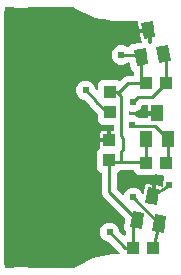
<source format=gbr>
G04 EAGLE Gerber X2 export*
%TF.Part,Single*%
%TF.FileFunction,Copper,L1,Top,Mixed*%
%TF.FilePolarity,Positive*%
%TF.GenerationSoftware,Autodesk,EAGLE,9.0.0*%
%TF.CreationDate,2018-07-15T17:58:39Z*%
G75*
%MOMM*%
%FSLAX34Y34*%
%LPD*%
%AMOC8*
5,1,8,0,0,1.08239X$1,22.5*%
G01*
%ADD10R,1.000000X1.100000*%
%ADD11R,1.000000X1.400000*%
%ADD12C,0.606400*%
%ADD13C,0.254000*%

G36*
X627504Y179241D02*
X627504Y179241D01*
X627519Y179239D01*
X627685Y179265D01*
X631029Y180161D01*
X638971Y180161D01*
X642315Y179265D01*
X642330Y179263D01*
X642345Y179257D01*
X642512Y179239D01*
X679451Y179239D01*
X679499Y179247D01*
X679548Y179245D01*
X679620Y179266D01*
X679693Y179279D01*
X679737Y179301D01*
X679783Y179315D01*
X679890Y179382D01*
X679911Y179394D01*
X679916Y179399D01*
X679925Y179405D01*
X681756Y180865D01*
X696259Y187849D01*
X711952Y191431D01*
X717750Y191431D01*
X717821Y191442D01*
X717893Y191444D01*
X717942Y191462D01*
X717993Y191470D01*
X718056Y191504D01*
X718124Y191529D01*
X718164Y191561D01*
X718210Y191586D01*
X718260Y191638D01*
X718316Y191682D01*
X718344Y191726D01*
X718380Y191764D01*
X718410Y191829D01*
X718449Y191889D01*
X718461Y191940D01*
X718483Y191987D01*
X718491Y192058D01*
X718509Y192128D01*
X718505Y192180D01*
X718510Y192231D01*
X718495Y192302D01*
X718490Y192373D01*
X718469Y192421D01*
X718458Y192472D01*
X718421Y192533D01*
X718393Y192599D01*
X718348Y192655D01*
X718332Y192683D01*
X718314Y192698D01*
X718288Y192730D01*
X717809Y193210D01*
X709354Y201664D01*
X709280Y201717D01*
X709211Y201777D01*
X709181Y201789D01*
X709155Y201808D01*
X709068Y201835D01*
X708983Y201869D01*
X708942Y201873D01*
X708920Y201880D01*
X708887Y201879D01*
X708816Y201887D01*
X708386Y201887D01*
X705404Y203122D01*
X703122Y205404D01*
X701887Y208386D01*
X701887Y211614D01*
X703122Y214596D01*
X705404Y216878D01*
X708386Y218113D01*
X711614Y218113D01*
X714596Y216878D01*
X716878Y214596D01*
X718113Y211614D01*
X718113Y211184D01*
X718114Y211175D01*
X718114Y211172D01*
X718118Y211154D01*
X718127Y211094D01*
X718135Y211003D01*
X718147Y210973D01*
X718152Y210941D01*
X718195Y210861D01*
X718231Y210777D01*
X718257Y210744D01*
X718268Y210724D01*
X718291Y210702D01*
X718336Y210646D01*
X721760Y207222D01*
X721776Y207210D01*
X721788Y207194D01*
X721876Y207138D01*
X721959Y207078D01*
X721978Y207072D01*
X721995Y207061D01*
X722096Y207036D01*
X722195Y207006D01*
X722214Y207006D01*
X722234Y207001D01*
X722337Y207009D01*
X722440Y207012D01*
X722459Y207019D01*
X722479Y207020D01*
X722574Y207061D01*
X722671Y207096D01*
X722687Y207109D01*
X722705Y207117D01*
X722836Y207222D01*
X722897Y207282D01*
X722908Y207284D01*
X722927Y207282D01*
X723029Y207304D01*
X723131Y207320D01*
X723148Y207330D01*
X723168Y207334D01*
X723257Y207387D01*
X723348Y207436D01*
X723362Y207450D01*
X723379Y207460D01*
X723446Y207539D01*
X723518Y207614D01*
X723526Y207632D01*
X723539Y207647D01*
X723578Y207743D01*
X723621Y207837D01*
X723623Y207857D01*
X723631Y207875D01*
X723649Y208042D01*
X723649Y210310D01*
X723644Y210341D01*
X723647Y210373D01*
X723624Y210462D01*
X723610Y210553D01*
X723595Y210581D01*
X723587Y210612D01*
X723504Y210757D01*
X722015Y212806D01*
X723297Y220896D01*
X723296Y220924D01*
X723303Y220951D01*
X723296Y221046D01*
X723295Y221142D01*
X723286Y221168D01*
X723284Y221196D01*
X723247Y221284D01*
X723216Y221375D01*
X723199Y221397D01*
X723188Y221422D01*
X723083Y221553D01*
X704316Y240320D01*
X703349Y242654D01*
X703349Y259458D01*
X703346Y259478D01*
X703348Y259497D01*
X703326Y259599D01*
X703310Y259701D01*
X703300Y259718D01*
X703296Y259738D01*
X703243Y259827D01*
X703194Y259918D01*
X703180Y259932D01*
X703170Y259949D01*
X703091Y260016D01*
X703016Y260088D01*
X702998Y260096D01*
X702983Y260109D01*
X702887Y260148D01*
X702793Y260191D01*
X702773Y260193D01*
X702755Y260201D01*
X702596Y260218D01*
X699619Y263195D01*
X699619Y278405D01*
X702064Y280849D01*
X702104Y280904D01*
X702151Y280953D01*
X702175Y281004D01*
X702208Y281049D01*
X702228Y281114D01*
X702257Y281175D01*
X702264Y281231D01*
X702280Y281284D01*
X702278Y281352D01*
X702287Y281419D01*
X702275Y281497D01*
X702274Y281530D01*
X702267Y281550D01*
X702261Y281585D01*
X702159Y281966D01*
X702159Y286277D01*
X708938Y286277D01*
X708958Y286280D01*
X708977Y286278D01*
X709079Y286300D01*
X709181Y286317D01*
X709198Y286326D01*
X709218Y286330D01*
X709307Y286383D01*
X709398Y286432D01*
X709412Y286446D01*
X709429Y286456D01*
X709496Y286535D01*
X709567Y286610D01*
X709576Y286628D01*
X709589Y286643D01*
X709628Y286739D01*
X709671Y286833D01*
X709673Y286853D01*
X709681Y286871D01*
X709699Y287038D01*
X709699Y287801D01*
X710462Y287801D01*
X710482Y287804D01*
X710501Y287802D01*
X710603Y287824D01*
X710705Y287841D01*
X710722Y287850D01*
X710742Y287854D01*
X710831Y287907D01*
X710922Y287956D01*
X710936Y287970D01*
X710953Y287980D01*
X711020Y288059D01*
X711091Y288134D01*
X711100Y288152D01*
X711113Y288167D01*
X711152Y288263D01*
X711195Y288357D01*
X711197Y288377D01*
X711205Y288395D01*
X711223Y288562D01*
X711223Y295841D01*
X712888Y295841D01*
X712908Y295844D01*
X712927Y295842D01*
X713029Y295864D01*
X713131Y295880D01*
X713148Y295890D01*
X713168Y295894D01*
X713257Y295947D01*
X713348Y295996D01*
X713362Y296010D01*
X713379Y296020D01*
X713446Y296099D01*
X713518Y296174D01*
X713526Y296192D01*
X713539Y296207D01*
X713578Y296303D01*
X713621Y296397D01*
X713623Y296417D01*
X713631Y296435D01*
X713649Y296602D01*
X713649Y300158D01*
X713646Y300178D01*
X713648Y300197D01*
X713626Y300299D01*
X713610Y300401D01*
X713600Y300418D01*
X713596Y300438D01*
X713543Y300527D01*
X713494Y300618D01*
X713480Y300632D01*
X713470Y300649D01*
X713391Y300716D01*
X713316Y300788D01*
X713298Y300796D01*
X713283Y300809D01*
X713187Y300848D01*
X713093Y300891D01*
X713073Y300893D01*
X713055Y300901D01*
X712888Y300919D01*
X702895Y300919D01*
X699919Y303895D01*
X699919Y309804D01*
X699905Y309894D01*
X699897Y309985D01*
X699885Y310015D01*
X699880Y310047D01*
X699837Y310127D01*
X699801Y310211D01*
X699775Y310243D01*
X699764Y310264D01*
X699741Y310286D01*
X699696Y310342D01*
X693266Y316772D01*
X692631Y318306D01*
X692596Y318362D01*
X692571Y318422D01*
X692519Y318487D01*
X692501Y318515D01*
X692486Y318527D01*
X692466Y318553D01*
X689354Y321664D01*
X689280Y321717D01*
X689211Y321777D01*
X689181Y321789D01*
X689155Y321808D01*
X689067Y321835D01*
X688983Y321869D01*
X688942Y321873D01*
X688920Y321880D01*
X688887Y321879D01*
X688816Y321887D01*
X688386Y321887D01*
X685404Y323122D01*
X683122Y325404D01*
X681887Y328386D01*
X681887Y331614D01*
X683122Y334596D01*
X685404Y336878D01*
X688386Y338113D01*
X691614Y338113D01*
X694596Y336878D01*
X696878Y334596D01*
X698113Y331614D01*
X698113Y331184D01*
X698127Y331094D01*
X698135Y331003D01*
X698147Y330973D01*
X698152Y330941D01*
X698195Y330861D01*
X698231Y330777D01*
X698257Y330744D01*
X698268Y330724D01*
X698291Y330702D01*
X698336Y330646D01*
X698620Y330362D01*
X698678Y330320D01*
X698730Y330270D01*
X698777Y330248D01*
X698819Y330218D01*
X698888Y330197D01*
X698953Y330167D01*
X699005Y330161D01*
X699055Y330146D01*
X699126Y330148D01*
X699197Y330140D01*
X699248Y330151D01*
X699300Y330152D01*
X699368Y330177D01*
X699438Y330192D01*
X699483Y330219D01*
X699531Y330236D01*
X699587Y330281D01*
X699649Y330318D01*
X699683Y330358D01*
X699723Y330390D01*
X699762Y330450D01*
X699809Y330505D01*
X699828Y330553D01*
X699856Y330597D01*
X699874Y330666D01*
X699901Y330733D01*
X699909Y330804D01*
X699917Y330836D01*
X699915Y330859D01*
X699919Y330900D01*
X699919Y336105D01*
X702895Y339081D01*
X717105Y339081D01*
X718064Y338122D01*
X718080Y338110D01*
X718092Y338094D01*
X718180Y338038D01*
X718263Y337978D01*
X718282Y337972D01*
X718299Y337961D01*
X718400Y337936D01*
X718499Y337906D01*
X718518Y337906D01*
X718538Y337901D01*
X718641Y337909D01*
X718744Y337912D01*
X718763Y337919D01*
X718783Y337920D01*
X718878Y337961D01*
X718975Y337996D01*
X718991Y338009D01*
X719009Y338017D01*
X719140Y338122D01*
X722303Y341284D01*
X724637Y342251D01*
X729726Y342251D01*
X729745Y342254D01*
X729765Y342252D01*
X729866Y342274D01*
X729968Y342290D01*
X729986Y342300D01*
X730006Y342304D01*
X730095Y342357D01*
X730186Y342406D01*
X730200Y342420D01*
X730217Y342430D01*
X730284Y342509D01*
X730355Y342584D01*
X730364Y342602D01*
X730377Y342617D01*
X730415Y342713D01*
X730459Y342807D01*
X730461Y342827D01*
X730469Y342845D01*
X730487Y343012D01*
X730487Y345507D01*
X730482Y345534D01*
X730485Y345562D01*
X730463Y345655D01*
X730447Y345750D01*
X730434Y345774D01*
X730428Y345801D01*
X730377Y345883D01*
X730332Y345967D01*
X730312Y345986D01*
X730297Y346010D01*
X730173Y346123D01*
X728305Y347480D01*
X727430Y353007D01*
X727404Y353086D01*
X727386Y353168D01*
X727365Y353202D01*
X727353Y353241D01*
X727303Y353307D01*
X727260Y353379D01*
X727229Y353405D01*
X727205Y353437D01*
X727136Y353485D01*
X727073Y353539D01*
X727036Y353554D01*
X727002Y353577D01*
X726922Y353600D01*
X726845Y353631D01*
X726792Y353637D01*
X726766Y353644D01*
X726736Y353643D01*
X726678Y353649D01*
X725438Y353649D01*
X725348Y353635D01*
X725257Y353627D01*
X725227Y353615D01*
X725195Y353610D01*
X725114Y353567D01*
X725030Y353531D01*
X724998Y353505D01*
X724978Y353494D01*
X724955Y353471D01*
X724899Y353426D01*
X724596Y353122D01*
X721614Y351887D01*
X718386Y351887D01*
X715404Y353122D01*
X713122Y355404D01*
X711887Y358386D01*
X711887Y361614D01*
X713122Y364596D01*
X715404Y366878D01*
X718386Y368113D01*
X721614Y368113D01*
X724596Y366878D01*
X724899Y366574D01*
X724973Y366521D01*
X725043Y366461D01*
X725073Y366449D01*
X725099Y366430D01*
X725186Y366403D01*
X725271Y366369D01*
X725312Y366365D01*
X725334Y366358D01*
X725366Y366359D01*
X725438Y366351D01*
X725713Y366351D01*
X725740Y366355D01*
X725768Y366353D01*
X725861Y366375D01*
X725955Y366390D01*
X725980Y366403D01*
X726007Y366410D01*
X726088Y366461D01*
X726173Y366506D01*
X726192Y366526D01*
X726216Y366541D01*
X726329Y366665D01*
X727931Y368870D01*
X736912Y370292D01*
X736980Y370315D01*
X737051Y370328D01*
X737096Y370353D01*
X737145Y370370D01*
X737203Y370413D01*
X737265Y370448D01*
X737300Y370486D01*
X737342Y370517D01*
X737383Y370576D01*
X737431Y370629D01*
X737452Y370677D01*
X737481Y370720D01*
X737501Y370789D01*
X737530Y370855D01*
X737535Y370906D01*
X737549Y370956D01*
X737546Y371028D01*
X737552Y371100D01*
X737540Y371150D01*
X737537Y371202D01*
X737511Y371269D01*
X737495Y371339D01*
X737467Y371383D01*
X737448Y371431D01*
X737402Y371486D01*
X737364Y371547D01*
X737311Y371595D01*
X737291Y371620D01*
X737271Y371632D01*
X737240Y371660D01*
X737172Y371710D01*
X736751Y372230D01*
X736479Y372841D01*
X735570Y378581D01*
X741513Y379522D01*
X742812Y371322D01*
X742807Y371310D01*
X742777Y371267D01*
X742758Y371198D01*
X742729Y371133D01*
X742724Y371081D01*
X742710Y371031D01*
X742713Y370959D01*
X742707Y370888D01*
X742719Y370837D01*
X742721Y370785D01*
X742747Y370718D01*
X742764Y370649D01*
X742792Y370604D01*
X742810Y370556D01*
X742857Y370501D01*
X742895Y370440D01*
X742947Y370392D01*
X742968Y370367D01*
X742988Y370355D01*
X743019Y370327D01*
X744090Y369549D01*
X744108Y369540D01*
X744122Y369526D01*
X744217Y369485D01*
X744310Y369438D01*
X744329Y369435D01*
X744348Y369427D01*
X744450Y369418D01*
X744553Y369404D01*
X744573Y369407D01*
X744592Y369405D01*
X744693Y369430D01*
X744795Y369448D01*
X744812Y369458D01*
X744832Y369463D01*
X744919Y369518D01*
X745010Y369568D01*
X745023Y369583D01*
X745040Y369593D01*
X745153Y369717D01*
X745931Y370788D01*
X745964Y370852D01*
X746004Y370912D01*
X746019Y370962D01*
X746042Y371008D01*
X746052Y371079D01*
X746072Y371148D01*
X746069Y371200D01*
X746077Y371252D01*
X746064Y371322D01*
X746060Y371394D01*
X746041Y371442D01*
X746032Y371494D01*
X745997Y371556D01*
X745971Y371623D01*
X745938Y371663D01*
X745912Y371709D01*
X745859Y371757D01*
X745820Y371804D01*
X744403Y380750D01*
X744397Y380769D01*
X744396Y380789D01*
X744358Y380885D01*
X744326Y380984D01*
X744314Y381000D01*
X744306Y381018D01*
X744240Y381098D01*
X744178Y381180D01*
X744162Y381192D01*
X744149Y381207D01*
X744061Y381261D01*
X743975Y381320D01*
X743956Y381325D01*
X743939Y381336D01*
X743838Y381359D01*
X743739Y381387D01*
X743719Y381386D01*
X743699Y381391D01*
X743532Y381383D01*
X742779Y381264D01*
X742659Y382017D01*
X742653Y382036D01*
X742652Y382056D01*
X742614Y382152D01*
X742582Y382251D01*
X742570Y382266D01*
X742563Y382285D01*
X742497Y382364D01*
X742434Y382447D01*
X742418Y382459D01*
X742405Y382474D01*
X742317Y382528D01*
X742232Y382587D01*
X742212Y382592D01*
X742196Y382602D01*
X742094Y382626D01*
X741995Y382654D01*
X741975Y382653D01*
X741956Y382658D01*
X741788Y382650D01*
X735093Y381589D01*
X734184Y387329D01*
X734226Y387728D01*
X734223Y387788D01*
X734229Y387847D01*
X734216Y387910D01*
X734212Y387974D01*
X734190Y388029D01*
X734177Y388088D01*
X734144Y388143D01*
X734120Y388202D01*
X734081Y388248D01*
X734051Y388299D01*
X734002Y388341D01*
X733960Y388389D01*
X733909Y388420D01*
X733864Y388459D01*
X733804Y388483D01*
X733749Y388516D01*
X733691Y388528D01*
X733636Y388551D01*
X733541Y388561D01*
X733509Y388568D01*
X733494Y388567D01*
X733469Y388569D01*
X711952Y388569D01*
X708639Y389325D01*
X705304Y390087D01*
X701969Y390848D01*
X698634Y391609D01*
X698633Y391609D01*
X696259Y392151D01*
X681756Y399135D01*
X679925Y400595D01*
X679883Y400619D01*
X679846Y400651D01*
X679776Y400679D01*
X679711Y400715D01*
X679663Y400725D01*
X679617Y400743D01*
X679492Y400757D01*
X679469Y400761D01*
X679462Y400760D01*
X679451Y400761D01*
X642512Y400761D01*
X642496Y400759D01*
X642481Y400761D01*
X642315Y400735D01*
X638971Y399839D01*
X631029Y399839D01*
X627685Y400735D01*
X627670Y400737D01*
X627655Y400743D01*
X627488Y400761D01*
X622192Y400761D01*
X622172Y400758D01*
X622153Y400760D01*
X622051Y400738D01*
X621949Y400722D01*
X621932Y400712D01*
X621912Y400708D01*
X621823Y400655D01*
X621732Y400606D01*
X621718Y400592D01*
X621701Y400582D01*
X621634Y400503D01*
X621562Y400428D01*
X621554Y400410D01*
X621541Y400395D01*
X621502Y400299D01*
X621459Y400205D01*
X621457Y400185D01*
X621449Y400167D01*
X621431Y400000D01*
X621431Y397726D01*
X620981Y396640D01*
X620966Y396576D01*
X620941Y396515D01*
X620932Y396432D01*
X620925Y396400D01*
X620926Y396381D01*
X620923Y396348D01*
X620923Y183652D01*
X620933Y183587D01*
X620934Y183521D01*
X620957Y183441D01*
X620962Y183409D01*
X620972Y183392D01*
X620981Y183360D01*
X621431Y182274D01*
X621431Y180000D01*
X621434Y179980D01*
X621432Y179961D01*
X621454Y179859D01*
X621470Y179757D01*
X621480Y179740D01*
X621484Y179720D01*
X621537Y179631D01*
X621586Y179540D01*
X621600Y179526D01*
X621610Y179509D01*
X621689Y179442D01*
X621764Y179371D01*
X621782Y179362D01*
X621797Y179349D01*
X621893Y179310D01*
X621987Y179267D01*
X622007Y179265D01*
X622025Y179257D01*
X622192Y179239D01*
X627488Y179239D01*
X627504Y179241D01*
G37*
G36*
X747116Y240347D02*
X747116Y240347D01*
X747219Y240347D01*
X747238Y240354D01*
X747258Y240355D01*
X747354Y240394D01*
X747452Y240427D01*
X747468Y240439D01*
X747486Y240447D01*
X747565Y240514D01*
X747647Y240577D01*
X747658Y240593D01*
X747674Y240606D01*
X747727Y240695D01*
X747785Y240781D01*
X747790Y240800D01*
X747800Y240817D01*
X747844Y240979D01*
X749218Y249650D01*
X752982Y249053D01*
X753593Y248781D01*
X754149Y248331D01*
X754155Y248328D01*
X754159Y248323D01*
X754261Y248267D01*
X754363Y248209D01*
X754369Y248208D01*
X754375Y248205D01*
X754489Y248184D01*
X754604Y248162D01*
X754611Y248163D01*
X754617Y248161D01*
X754732Y248179D01*
X754848Y248194D01*
X754854Y248197D01*
X754860Y248198D01*
X754965Y248251D01*
X755069Y248302D01*
X755074Y248307D01*
X755079Y248310D01*
X755161Y248393D01*
X755244Y248475D01*
X755247Y248481D01*
X755251Y248485D01*
X755302Y248591D01*
X755354Y248695D01*
X755355Y248701D01*
X755358Y248707D01*
X755388Y248872D01*
X755948Y257308D01*
X755944Y257353D01*
X755949Y257397D01*
X755932Y257474D01*
X755925Y257552D01*
X755906Y257594D01*
X755897Y257638D01*
X755856Y257705D01*
X755824Y257777D01*
X755794Y257810D01*
X755771Y257849D01*
X755711Y257900D01*
X755658Y257958D01*
X755618Y257979D01*
X755584Y258009D01*
X755511Y258038D01*
X755442Y258076D01*
X755398Y258084D01*
X755355Y258101D01*
X755216Y258116D01*
X755200Y258119D01*
X755195Y258119D01*
X755189Y258119D01*
X750795Y258119D01*
X749938Y258976D01*
X749922Y258988D01*
X749910Y259004D01*
X749829Y259055D01*
X749824Y259060D01*
X749821Y259061D01*
X749739Y259120D01*
X749720Y259126D01*
X749703Y259137D01*
X749602Y259162D01*
X749503Y259192D01*
X749484Y259192D01*
X749464Y259197D01*
X749361Y259189D01*
X749258Y259186D01*
X749239Y259179D01*
X749219Y259178D01*
X749124Y259137D01*
X749027Y259102D01*
X749011Y259089D01*
X748993Y259081D01*
X748862Y258976D01*
X748005Y258119D01*
X733795Y258119D01*
X730819Y261095D01*
X730819Y261988D01*
X730816Y262008D01*
X730818Y262027D01*
X730796Y262129D01*
X730780Y262231D01*
X730770Y262248D01*
X730766Y262268D01*
X730713Y262357D01*
X730664Y262448D01*
X730650Y262462D01*
X730640Y262479D01*
X730561Y262546D01*
X730486Y262618D01*
X730468Y262626D01*
X730453Y262639D01*
X730357Y262678D01*
X730263Y262721D01*
X730243Y262723D01*
X730225Y262731D01*
X730058Y262749D01*
X719650Y262749D01*
X719560Y262735D01*
X719469Y262727D01*
X719439Y262715D01*
X719407Y262710D01*
X719326Y262667D01*
X719242Y262631D01*
X719210Y262605D01*
X719190Y262594D01*
X719168Y262571D01*
X719112Y262526D01*
X716803Y260218D01*
X716792Y260216D01*
X716773Y260218D01*
X716671Y260196D01*
X716569Y260180D01*
X716552Y260170D01*
X716532Y260166D01*
X716443Y260113D01*
X716352Y260064D01*
X716338Y260050D01*
X716321Y260040D01*
X716254Y259961D01*
X716182Y259886D01*
X716174Y259868D01*
X716161Y259853D01*
X716122Y259757D01*
X716079Y259663D01*
X716077Y259643D01*
X716069Y259625D01*
X716051Y259458D01*
X716051Y246864D01*
X716065Y246773D01*
X716073Y246683D01*
X716085Y246653D01*
X716090Y246621D01*
X716133Y246540D01*
X716169Y246456D01*
X716195Y246424D01*
X716206Y246403D01*
X716229Y246381D01*
X716274Y246325D01*
X720990Y241609D01*
X721027Y241582D01*
X721058Y241549D01*
X721126Y241511D01*
X721190Y241466D01*
X721233Y241452D01*
X721274Y241430D01*
X721350Y241416D01*
X721425Y241393D01*
X721471Y241394D01*
X721516Y241386D01*
X721593Y241398D01*
X721671Y241400D01*
X721714Y241415D01*
X721759Y241422D01*
X721828Y241457D01*
X721902Y241484D01*
X721937Y241513D01*
X721978Y241534D01*
X722033Y241589D01*
X722094Y241638D01*
X722118Y241676D01*
X722151Y241709D01*
X722217Y241829D01*
X722227Y241845D01*
X722228Y241850D01*
X722231Y241856D01*
X723122Y244007D01*
X725404Y246289D01*
X728386Y247524D01*
X731614Y247524D01*
X734596Y246289D01*
X736878Y244007D01*
X737486Y242537D01*
X737506Y242505D01*
X737519Y242469D01*
X737571Y242401D01*
X737616Y242328D01*
X737645Y242304D01*
X737668Y242274D01*
X737740Y242226D01*
X737806Y242171D01*
X737841Y242158D01*
X737873Y242137D01*
X737955Y242114D01*
X738035Y242083D01*
X738073Y242082D01*
X738110Y242072D01*
X738195Y242076D01*
X738281Y242073D01*
X738317Y242083D01*
X738355Y242086D01*
X738435Y242117D01*
X738517Y242141D01*
X738548Y242163D01*
X738584Y242177D01*
X738649Y242233D01*
X738719Y242282D01*
X738742Y242312D01*
X738771Y242337D01*
X738815Y242410D01*
X738866Y242479D01*
X738878Y242515D01*
X738897Y242548D01*
X738942Y242710D01*
X739920Y248888D01*
X740192Y249500D01*
X740613Y250019D01*
X741155Y250413D01*
X741779Y250652D01*
X742445Y250722D01*
X746209Y250126D01*
X744836Y241456D01*
X744836Y241436D01*
X744830Y241416D01*
X744836Y241313D01*
X744837Y241210D01*
X744843Y241191D01*
X744844Y241171D01*
X744883Y241075D01*
X744916Y240977D01*
X744929Y240961D01*
X744936Y240943D01*
X745003Y240864D01*
X745066Y240782D01*
X745083Y240771D01*
X745096Y240755D01*
X745184Y240702D01*
X745270Y240644D01*
X745289Y240639D01*
X745307Y240629D01*
X745468Y240585D01*
X746973Y240346D01*
X746993Y240346D01*
X747013Y240341D01*
X747116Y240347D01*
G37*
G36*
X741718Y306354D02*
X741718Y306354D01*
X741737Y306352D01*
X741839Y306374D01*
X741941Y306390D01*
X741958Y306400D01*
X741978Y306404D01*
X742067Y306457D01*
X742158Y306506D01*
X742172Y306520D01*
X742189Y306530D01*
X742256Y306609D01*
X742328Y306684D01*
X742336Y306702D01*
X742349Y306717D01*
X742388Y306813D01*
X742431Y306907D01*
X742433Y306927D01*
X742441Y306945D01*
X742459Y307112D01*
X742459Y309477D01*
X749238Y309477D01*
X749258Y309480D01*
X749277Y309478D01*
X749379Y309500D01*
X749481Y309517D01*
X749498Y309526D01*
X749518Y309530D01*
X749607Y309583D01*
X749698Y309632D01*
X749712Y309646D01*
X749729Y309656D01*
X749796Y309735D01*
X749867Y309810D01*
X749876Y309828D01*
X749889Y309843D01*
X749928Y309939D01*
X749971Y310033D01*
X749973Y310053D01*
X749981Y310071D01*
X749999Y310238D01*
X749999Y311762D01*
X749996Y311782D01*
X749998Y311801D01*
X749976Y311903D01*
X749959Y312005D01*
X749950Y312022D01*
X749946Y312042D01*
X749893Y312131D01*
X749844Y312222D01*
X749830Y312236D01*
X749820Y312253D01*
X749741Y312320D01*
X749666Y312391D01*
X749648Y312400D01*
X749633Y312413D01*
X749537Y312452D01*
X749443Y312495D01*
X749423Y312497D01*
X749405Y312505D01*
X749238Y312523D01*
X742459Y312523D01*
X742459Y316938D01*
X742456Y316958D01*
X742458Y316977D01*
X742436Y317079D01*
X742420Y317181D01*
X742410Y317198D01*
X742406Y317218D01*
X742353Y317307D01*
X742304Y317398D01*
X742290Y317412D01*
X742280Y317429D01*
X742201Y317496D01*
X742126Y317568D01*
X742108Y317576D01*
X742093Y317589D01*
X741997Y317628D01*
X741903Y317671D01*
X741883Y317673D01*
X741865Y317681D01*
X741698Y317699D01*
X738337Y317699D01*
X738222Y317680D01*
X738106Y317663D01*
X738100Y317661D01*
X738094Y317660D01*
X737991Y317605D01*
X737887Y317552D01*
X737882Y317547D01*
X737877Y317544D01*
X737797Y317460D01*
X737714Y317376D01*
X737711Y317370D01*
X737707Y317366D01*
X737700Y317349D01*
X737634Y317229D01*
X736878Y315404D01*
X734596Y313122D01*
X731614Y311887D01*
X728386Y311887D01*
X727403Y312294D01*
X727359Y312305D01*
X727317Y312324D01*
X727240Y312333D01*
X727164Y312351D01*
X727118Y312346D01*
X727073Y312351D01*
X726996Y312335D01*
X726919Y312328D01*
X726877Y312309D01*
X726832Y312299D01*
X726765Y312259D01*
X726694Y312228D01*
X726660Y312196D01*
X726621Y312173D01*
X726570Y312114D01*
X726513Y312061D01*
X726491Y312021D01*
X726461Y311986D01*
X726432Y311914D01*
X726395Y311846D01*
X726386Y311800D01*
X726369Y311758D01*
X726354Y311622D01*
X726351Y311604D01*
X726352Y311599D01*
X726351Y311591D01*
X726351Y309803D01*
X726358Y309758D01*
X726356Y309712D01*
X726378Y309637D01*
X726390Y309561D01*
X726412Y309520D01*
X726425Y309476D01*
X726469Y309412D01*
X726506Y309343D01*
X726539Y309312D01*
X726565Y309274D01*
X726627Y309227D01*
X726684Y309174D01*
X726726Y309154D01*
X726762Y309127D01*
X726836Y309103D01*
X726907Y309070D01*
X726953Y309065D01*
X726996Y309051D01*
X727074Y309052D01*
X727151Y309043D01*
X727196Y309053D01*
X727242Y309053D01*
X727373Y309091D01*
X727392Y309095D01*
X727396Y309098D01*
X727399Y309099D01*
X730628Y309099D01*
X733609Y307864D01*
X734899Y306574D01*
X734973Y306521D01*
X735043Y306461D01*
X735073Y306449D01*
X735099Y306430D01*
X735186Y306403D01*
X735271Y306369D01*
X735312Y306365D01*
X735334Y306358D01*
X735366Y306359D01*
X735438Y306351D01*
X741698Y306351D01*
X741718Y306354D01*
G37*
%LPC*%
G36*
X702159Y289323D02*
X702159Y289323D01*
X702159Y293634D01*
X702332Y294281D01*
X702667Y294860D01*
X703140Y295333D01*
X703719Y295668D01*
X704366Y295841D01*
X708177Y295841D01*
X708177Y289323D01*
X702159Y289323D01*
G37*
%LPD*%
D10*
X709700Y270800D03*
X709700Y287800D03*
D11*
G36*
X748812Y375134D02*
X738936Y373570D01*
X736746Y387396D01*
X746622Y388960D01*
X748812Y375134D01*
G37*
G36*
X761637Y354891D02*
X751761Y353327D01*
X749571Y367153D01*
X759447Y368717D01*
X761637Y354891D01*
G37*
G36*
X742871Y351918D02*
X732995Y350354D01*
X730805Y364180D01*
X740681Y365744D01*
X742871Y351918D01*
G37*
X750000Y311000D03*
X759500Y289000D03*
X740500Y289000D03*
G36*
X750064Y232770D02*
X740188Y234334D01*
X742378Y248160D01*
X752254Y246596D01*
X750064Y232770D01*
G37*
G36*
X756005Y209554D02*
X746129Y211118D01*
X748319Y224944D01*
X758195Y223380D01*
X756005Y209554D01*
G37*
G36*
X737239Y212527D02*
X727363Y214091D01*
X729553Y227917D01*
X739429Y226353D01*
X737239Y212527D01*
G37*
D10*
X757600Y335900D03*
X740600Y335900D03*
X757900Y268700D03*
X740900Y268700D03*
X747000Y196700D03*
X730000Y196700D03*
X710000Y311500D03*
X710000Y328500D03*
D12*
X625000Y285000D03*
X700000Y386046D03*
X690000Y250000D03*
D13*
X740000Y310000D02*
X750000Y311000D01*
D12*
X740000Y310000D03*
X760000Y250000D03*
D13*
X746221Y240465D01*
D12*
X720000Y360000D03*
D13*
X734887Y360000D01*
X736838Y358049D01*
X736838Y339662D01*
X740600Y335900D01*
X740500Y289000D02*
X740500Y269100D01*
X740900Y268700D01*
X711400Y269100D02*
X709700Y270800D01*
X711400Y269100D02*
X720000Y269100D01*
X740500Y269100D01*
X720000Y269100D02*
X720000Y278620D01*
X721050Y279670D01*
X721050Y290000D01*
X720000Y291050D01*
X720000Y325000D02*
X717500Y327500D01*
X716500Y328500D01*
X710000Y328500D01*
X720000Y325000D02*
X720000Y291050D01*
X725900Y335900D02*
X740600Y335900D01*
X725900Y335900D02*
X717500Y327500D01*
X709700Y270800D02*
X709700Y243918D01*
X733396Y220222D01*
X730000Y216825D02*
X730000Y196700D01*
X730000Y216825D02*
X733396Y220222D01*
D12*
X710000Y210000D03*
D13*
X723300Y196700D01*
X730000Y196700D01*
D12*
X730000Y320000D03*
D13*
X734050Y324050D01*
X745750Y324050D02*
X757600Y335900D01*
X745750Y324050D02*
X734050Y324050D01*
X757600Y359025D02*
X755604Y361022D01*
X757600Y359025D02*
X757600Y335900D01*
X759500Y270300D02*
X757900Y268700D01*
X759500Y270300D02*
X759500Y289000D01*
X748500Y300000D01*
X730000Y300000D01*
X729014Y300986D01*
D12*
X729014Y300986D03*
D13*
X730000Y239412D02*
X752162Y217249D01*
X730000Y239412D02*
X730000Y240000D01*
D12*
X730000Y239412D03*
D13*
X752162Y217249D02*
X747000Y196700D01*
X698650Y320370D02*
X698650Y321350D01*
X690000Y330000D01*
X707520Y311500D02*
X710000Y311500D01*
X707520Y311500D02*
X698650Y320370D01*
D12*
X690000Y330000D03*
M02*

</source>
